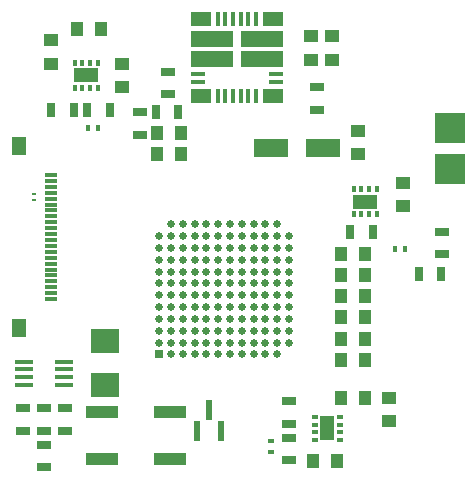
<source format=gtp>
G04 #@! TF.GenerationSoftware,KiCad,Pcbnew,(5.1.4)-1*
G04 #@! TF.CreationDate,2019-08-25T20:49:14+02:00*
G04 #@! TF.ProjectId,ToF_camera_VGA,546f465f-6361-46d6-9572-615f5647412e,rev?*
G04 #@! TF.SameCoordinates,Original*
G04 #@! TF.FileFunction,Paste,Top*
G04 #@! TF.FilePolarity,Positive*
%FSLAX46Y46*%
G04 Gerber Fmt 4.6, Leading zero omitted, Abs format (unit mm)*
G04 Created by KiCad (PCBNEW (5.1.4)-1) date 2019-08-25 20:49:14*
%MOMM*%
%LPD*%
G04 APERTURE LIST*
%ADD10R,1.600000X0.300000*%
%ADD11R,0.700000X1.300000*%
%ADD12R,2.400000X2.000000*%
%ADD13R,3.000000X1.600000*%
%ADD14R,2.500000X2.500000*%
%ADD15R,1.000000X1.250000*%
%ADD16R,1.800000X1.300000*%
%ADD17R,0.450000X1.300000*%
%ADD18R,1.300000X0.450000*%
%ADD19R,3.600000X1.400000*%
%ADD20R,1.250000X1.000000*%
%ADD21R,1.300000X0.700000*%
%ADD22R,0.430000X0.280000*%
%ADD23R,1.300000X1.650000*%
%ADD24R,1.000000X0.300000*%
%ADD25C,0.650000*%
%ADD26R,0.800000X0.800000*%
%ADD27R,0.600000X0.400000*%
%ADD28R,0.400000X0.600000*%
%ADD29R,0.600000X1.750000*%
%ADD30R,1.200000X2.000000*%
%ADD31R,0.510000X0.410000*%
%ADD32R,0.410000X0.510000*%
%ADD33R,2.000000X1.200000*%
%ADD34R,2.750000X1.000000*%
G04 APERTURE END LIST*
D10*
X99710000Y-115560000D03*
X99710000Y-116210000D03*
X99710000Y-116860000D03*
X99710000Y-117510000D03*
X103110000Y-117510000D03*
X103110000Y-116860000D03*
X103110000Y-116210000D03*
X103110000Y-115560000D03*
D11*
X129230000Y-104570000D03*
X127330000Y-104570000D03*
X133160000Y-108100000D03*
X135060000Y-108100000D03*
D12*
X106550000Y-117500000D03*
X106550000Y-113800000D03*
D13*
X120600000Y-97500000D03*
X125000000Y-97500000D03*
D14*
X135750000Y-99250000D03*
X135750000Y-95750000D03*
D15*
X106200000Y-87400000D03*
X104200000Y-87400000D03*
D16*
X114700000Y-93100000D03*
D17*
X116125000Y-93100000D03*
X116775000Y-93100000D03*
X117425000Y-93100000D03*
X118075000Y-93100000D03*
X118725000Y-93100000D03*
X119375000Y-93100000D03*
D16*
X120800000Y-93100000D03*
D18*
X121050000Y-91875000D03*
X121050000Y-91225000D03*
D19*
X119900000Y-89950000D03*
X119900000Y-88200000D03*
D16*
X120800000Y-86500000D03*
D17*
X119375000Y-86500000D03*
X118725000Y-86500000D03*
X118075000Y-86500000D03*
X117425000Y-86500000D03*
X116775000Y-86500000D03*
X116125000Y-86500000D03*
D16*
X114700000Y-86500000D03*
D19*
X115600000Y-88200000D03*
X115600000Y-89950000D03*
D18*
X114450000Y-91225000D03*
X114450000Y-91875000D03*
D20*
X130600000Y-120600000D03*
X130600000Y-118600000D03*
D21*
X101400000Y-124500000D03*
X101400000Y-122600000D03*
D22*
X100600000Y-101860000D03*
X100600000Y-101340000D03*
D23*
X99300000Y-112700000D03*
X99300000Y-97300000D03*
D24*
X102000000Y-110250000D03*
X102000000Y-109750000D03*
X102000000Y-109250000D03*
X102000000Y-108750000D03*
X102000000Y-108250000D03*
X102000000Y-107750000D03*
X102000000Y-107250000D03*
X102000000Y-106750000D03*
X102000000Y-106250000D03*
X102000000Y-105750000D03*
X102000000Y-105250000D03*
X102000000Y-104750000D03*
X102000000Y-104250000D03*
X102000000Y-103750000D03*
X102000000Y-103250000D03*
X102000000Y-102750000D03*
X102000000Y-102250000D03*
X102000000Y-101750000D03*
X102000000Y-101250000D03*
X102000000Y-100750000D03*
X102000000Y-100250000D03*
X102000000Y-99750000D03*
D25*
X122160000Y-104930000D03*
X122160000Y-105930000D03*
X122160000Y-106930000D03*
X122160000Y-107930000D03*
X122160000Y-108930000D03*
X122160000Y-109930000D03*
X122160000Y-110930000D03*
X122160000Y-111930000D03*
X122160000Y-112930000D03*
X122160000Y-113930000D03*
X121160000Y-103930000D03*
X121160000Y-104930000D03*
X121160000Y-105930000D03*
X121160000Y-106930000D03*
X121160000Y-107930000D03*
X121160000Y-108930000D03*
X121160000Y-109930000D03*
X121160000Y-110930000D03*
X121160000Y-111930000D03*
X121160000Y-112930000D03*
X121160000Y-113930000D03*
X121160000Y-114930000D03*
X120160000Y-103930000D03*
X120160000Y-104930000D03*
X120160000Y-105930000D03*
X120160000Y-106930000D03*
X120160000Y-107930000D03*
X120160000Y-108930000D03*
X120160000Y-109930000D03*
X120160000Y-110930000D03*
X120160000Y-111930000D03*
X120160000Y-112930000D03*
X120160000Y-113930000D03*
X120160000Y-114930000D03*
X119160000Y-103930000D03*
X119160000Y-104930000D03*
X119160000Y-105930000D03*
X119160000Y-106930000D03*
X119160000Y-107930000D03*
X119160000Y-108930000D03*
X119160000Y-109930000D03*
X119160000Y-110930000D03*
X119160000Y-111930000D03*
X119160000Y-112930000D03*
X119160000Y-113930000D03*
X119160000Y-114930000D03*
X118160000Y-103930000D03*
X118160000Y-104930000D03*
X118160000Y-105930000D03*
X118160000Y-106930000D03*
X118160000Y-107930000D03*
X118160000Y-108930000D03*
X118160000Y-109930000D03*
X118160000Y-110930000D03*
X118160000Y-111930000D03*
X118160000Y-112930000D03*
X118160000Y-113930000D03*
X118160000Y-114930000D03*
X117160000Y-103930000D03*
X117160000Y-104930000D03*
X117160000Y-105930000D03*
X117160000Y-106930000D03*
X117160000Y-107930000D03*
X117160000Y-108930000D03*
X117160000Y-109930000D03*
X117160000Y-110930000D03*
X117160000Y-111930000D03*
X117160000Y-112930000D03*
X117160000Y-113930000D03*
X117160000Y-114930000D03*
X116160000Y-103930000D03*
X116160000Y-104930000D03*
X116160000Y-105930000D03*
X116160000Y-106930000D03*
X116160000Y-107930000D03*
X116160000Y-108930000D03*
X116160000Y-109930000D03*
X116160000Y-110930000D03*
X116160000Y-111930000D03*
X116160000Y-112930000D03*
X116160000Y-113930000D03*
X116160000Y-114930000D03*
X115160000Y-103930000D03*
X115160000Y-104930000D03*
X115160000Y-105930000D03*
X115160000Y-106930000D03*
X115160000Y-107930000D03*
X115160000Y-108930000D03*
X115160000Y-109930000D03*
X115160000Y-110930000D03*
X115160000Y-111930000D03*
X115160000Y-112930000D03*
X115160000Y-113930000D03*
X115160000Y-114930000D03*
X114160000Y-103930000D03*
X114160000Y-104930000D03*
X114160000Y-105930000D03*
X114160000Y-106930000D03*
X114160000Y-107930000D03*
X114160000Y-108930000D03*
X114160000Y-109930000D03*
X114160000Y-110930000D03*
X114160000Y-111930000D03*
X114160000Y-112930000D03*
X114160000Y-113930000D03*
X114160000Y-114930000D03*
X113160000Y-103930000D03*
X113160000Y-104930000D03*
X113160000Y-105930000D03*
X113160000Y-106930000D03*
X113160000Y-107930000D03*
X113160000Y-108930000D03*
X113160000Y-109930000D03*
X113160000Y-110930000D03*
X113160000Y-111930000D03*
X113160000Y-112930000D03*
X113160000Y-113930000D03*
X113160000Y-114930000D03*
X112160000Y-103930000D03*
X112160000Y-104930000D03*
X112160000Y-105930000D03*
X112160000Y-106930000D03*
X112160000Y-107930000D03*
X112160000Y-108930000D03*
X112160000Y-109930000D03*
X112160000Y-110930000D03*
X112160000Y-111930000D03*
X112160000Y-112930000D03*
X112160000Y-113930000D03*
X112160000Y-114930000D03*
X111160000Y-104930000D03*
X111160000Y-105930000D03*
X111160000Y-106930000D03*
X111160000Y-107930000D03*
X111160000Y-108930000D03*
X111160000Y-109930000D03*
X111160000Y-110930000D03*
X111160000Y-111930000D03*
X111160000Y-112930000D03*
X111160000Y-113930000D03*
D26*
X111160000Y-114930000D03*
D27*
X120600000Y-123200000D03*
X120600000Y-122300000D03*
D28*
X106000000Y-95800000D03*
X105100000Y-95800000D03*
X131100000Y-106000000D03*
X132000000Y-106000000D03*
D21*
X99600000Y-121400000D03*
X99600000Y-119500000D03*
D29*
X115400000Y-119650000D03*
X116400000Y-121400000D03*
X114400000Y-121400000D03*
D30*
X125400000Y-121200000D03*
D31*
X124350000Y-122175000D03*
X124350000Y-121525000D03*
X124350000Y-120875000D03*
X124350000Y-120225000D03*
X126450000Y-120225000D03*
X126450000Y-120875000D03*
X126450000Y-121525000D03*
X126450000Y-122175000D03*
D32*
X105965000Y-90260000D03*
X105315000Y-90260000D03*
X104665000Y-90260000D03*
X104015000Y-90260000D03*
X104015000Y-92360000D03*
X104665000Y-92360000D03*
X105315000Y-92360000D03*
X105965000Y-92360000D03*
D33*
X104990000Y-91310000D03*
D32*
X129575000Y-100950000D03*
X128925000Y-100950000D03*
X128275000Y-100950000D03*
X127625000Y-100950000D03*
X127625000Y-103050000D03*
X128275000Y-103050000D03*
X128925000Y-103050000D03*
X129575000Y-103050000D03*
D33*
X128600000Y-102000000D03*
D34*
X112080000Y-119800000D03*
X106320000Y-119800000D03*
X106320000Y-123800000D03*
X112080000Y-123800000D03*
D21*
X111880000Y-91000000D03*
X111880000Y-92900000D03*
X124500000Y-94220000D03*
X124500000Y-92320000D03*
X122200000Y-118900000D03*
X122200000Y-120800000D03*
X109550000Y-94420000D03*
X109550000Y-96320000D03*
D11*
X110900000Y-94400000D03*
X112800000Y-94400000D03*
D21*
X122200000Y-122000000D03*
X122200000Y-123900000D03*
D11*
X103940000Y-94230000D03*
X102040000Y-94230000D03*
X106990000Y-94230000D03*
X105090000Y-94230000D03*
D21*
X135120000Y-104540000D03*
X135120000Y-106440000D03*
X101400000Y-121400000D03*
X101400000Y-119500000D03*
X103200000Y-121400000D03*
X103200000Y-119500000D03*
D20*
X125800000Y-90000000D03*
X125800000Y-88000000D03*
X124000000Y-90000000D03*
X124000000Y-88000000D03*
D15*
X128600000Y-118600000D03*
X126600000Y-118600000D03*
X111000000Y-96200000D03*
X113000000Y-96200000D03*
X126200000Y-124000000D03*
X124200000Y-124000000D03*
X113000000Y-98000000D03*
X111000000Y-98000000D03*
D20*
X101990000Y-90310000D03*
X101990000Y-88310000D03*
X107990000Y-92310000D03*
X107990000Y-90310000D03*
D15*
X126600000Y-115400000D03*
X128600000Y-115400000D03*
X126600000Y-111800000D03*
X128600000Y-111800000D03*
X126600000Y-106400000D03*
X128600000Y-106400000D03*
X126600000Y-110000000D03*
X128600000Y-110000000D03*
X126600000Y-113600000D03*
X128600000Y-113600000D03*
D20*
X131800000Y-102400000D03*
X131800000Y-100400000D03*
D15*
X126600000Y-108200000D03*
X128600000Y-108200000D03*
D20*
X128000000Y-98000000D03*
X128000000Y-96000000D03*
M02*

</source>
